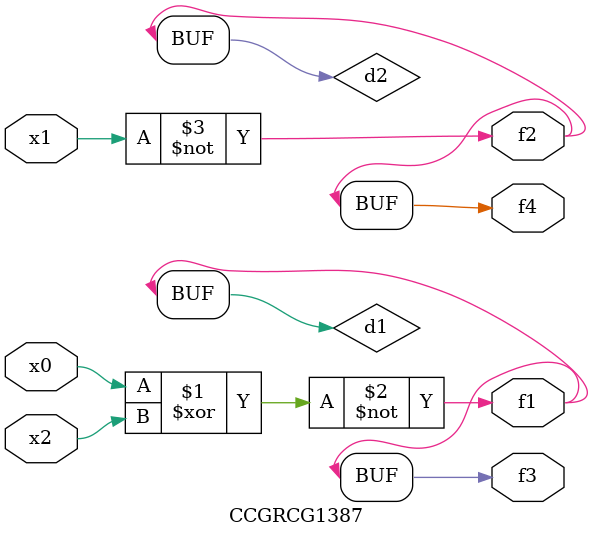
<source format=v>
module CCGRCG1387(
	input x0, x1, x2,
	output f1, f2, f3, f4
);

	wire d1, d2, d3;

	xnor (d1, x0, x2);
	nand (d2, x1);
	nor (d3, x1, x2);
	assign f1 = d1;
	assign f2 = d2;
	assign f3 = d1;
	assign f4 = d2;
endmodule

</source>
